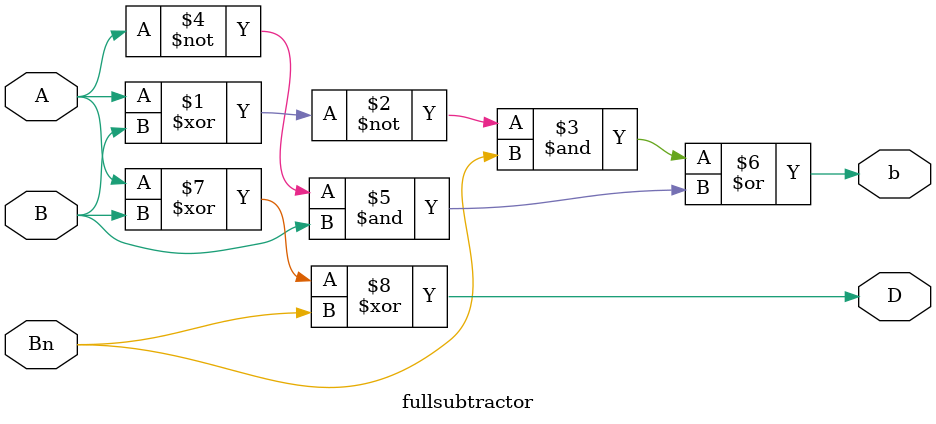
<source format=v>
`timescale 1ns / 1ps


module fullsubtractor(
    input A, B, Bn,
    output b, D
);

assign b=~(A^B)&Bn|(~A)&B;
assign D=A^B^Bn;

endmodule

</source>
